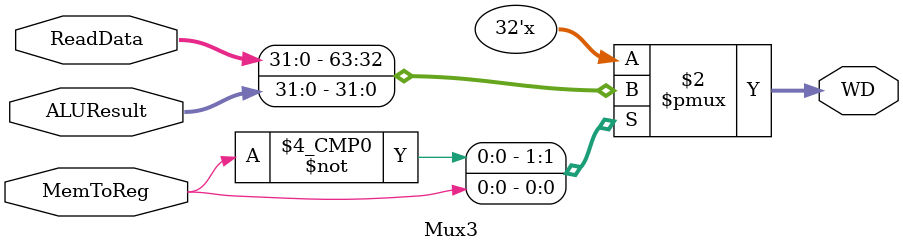
<source format=v>
module Mux3(
  input [31:0]ReadData,
  input [31:0]ALUResult,
  input MemToReg,
  output reg [31:0]WD
);
  always@(MemToReg, ReadData, ALUResult)begin
    case(MemToReg)
      0 : WD <= ReadData;
      1 : WD <= ALUResult;
    endcase
  end
endmodule
</source>
